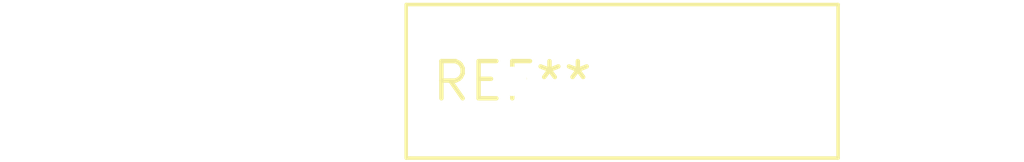
<source format=kicad_pcb>
(kicad_pcb (version 20240108) (generator pcbnew)
  (layers (0 "F.Cu" signal) (31 "B.Cu" signal) (34 "B.Paste" user) (35 "F.Paste" user) (36 "B.SilkS" user "B.Silkscreen") (37 "F.SilkS" user "F.Silkscreen") (38 "B.Mask" user) (39 "F.Mask" user) (44 "Edge.Cuts" user))
  (net 0 "")
  (footprint "C_Disc_D14.5mm_W5.0mm_P7.50mm" (layer "F.Cu") (at 0 0)
    (property "Reference" "REF**")
    (property "Value" "C_Disc_D14.5mm_W5.0mm_P7.50mm")
    (fp_line (start -3.62 -2.62) (end -3.62 2.62) (layer "F.SilkS") (stroke (width 0.12)))
    (fp_line (start -3.62 -2.62) (end 11.12 -2.62) (layer "F.SilkS") (stroke (width 0.12)))
    (fp_line (start -3.62 2.62) (end 11.12 2.62) (layer "F.SilkS") (stroke (width 0.12)))
    (fp_line (start 11.12 -2.62) (end 11.12 2.62) (layer "F.SilkS") (stroke (width 0.12)))
    (pad "1" thru_hole circle (at 0 0) (size 2 2) (drill 1) (layers *.Cu *.Mask) (remove_unused_layers))
    (pad "2" thru_hole circle (at 7.5 0) (size 2 2) (drill 1) (layers *.Cu *.Mask) (remove_unused_layers))
  )
)
</source>
